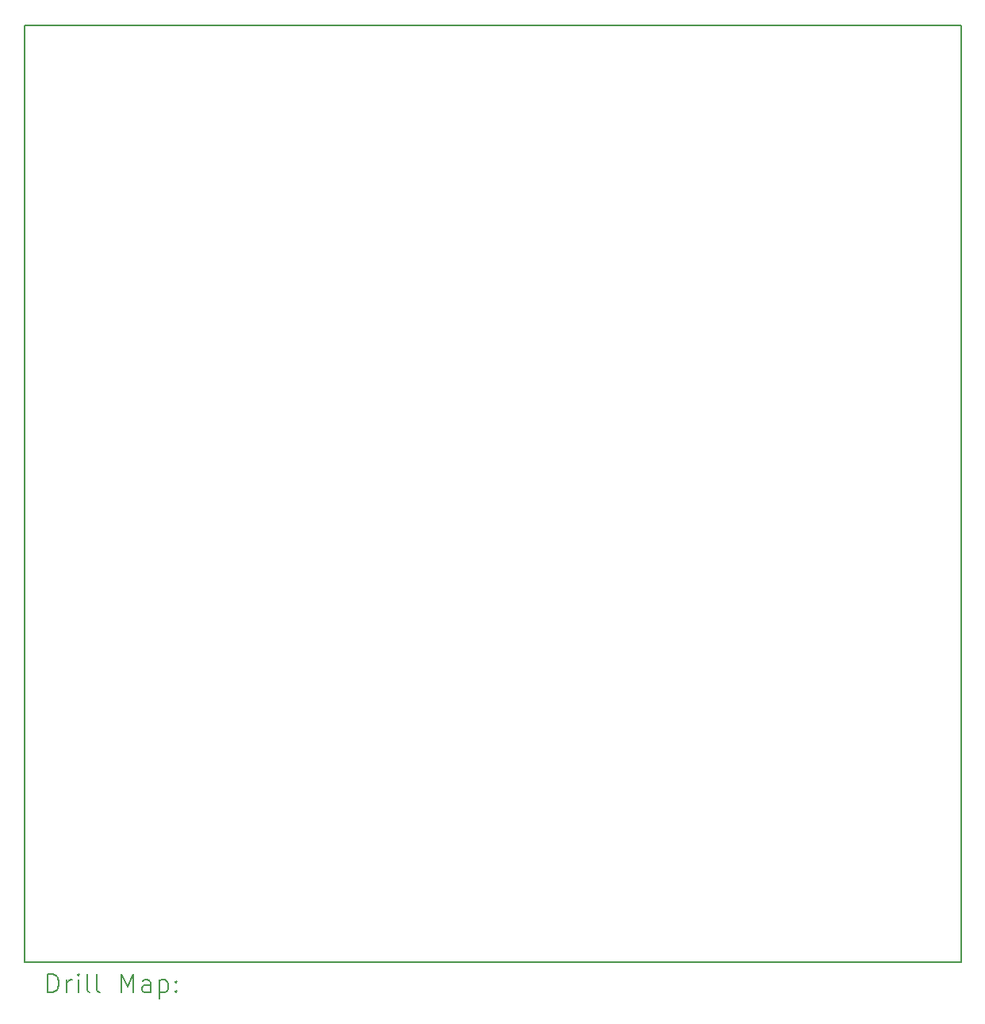
<source format=gbr>
%TF.GenerationSoftware,KiCad,Pcbnew,7.0.5*%
%TF.CreationDate,2024-01-01T15:58:52-07:00*%
%TF.ProjectId,max7000s84 programmer,6d617837-3030-4307-9338-342070726f67,rev?*%
%TF.SameCoordinates,Original*%
%TF.FileFunction,Drillmap*%
%TF.FilePolarity,Positive*%
%FSLAX45Y45*%
G04 Gerber Fmt 4.5, Leading zero omitted, Abs format (unit mm)*
G04 Created by KiCad (PCBNEW 7.0.5) date 2024-01-01 15:58:52*
%MOMM*%
%LPD*%
G01*
G04 APERTURE LIST*
%ADD10C,0.200000*%
G04 APERTURE END LIST*
D10*
X6400000Y-2800000D02*
X16400000Y-2800000D01*
X16400000Y-12800000D01*
X6400000Y-12800000D01*
X6400000Y-2800000D01*
X6650777Y-13121484D02*
X6650777Y-12921484D01*
X6650777Y-12921484D02*
X6698396Y-12921484D01*
X6698396Y-12921484D02*
X6726967Y-12931008D01*
X6726967Y-12931008D02*
X6746015Y-12950055D01*
X6746015Y-12950055D02*
X6755539Y-12969103D01*
X6755539Y-12969103D02*
X6765062Y-13007198D01*
X6765062Y-13007198D02*
X6765062Y-13035769D01*
X6765062Y-13035769D02*
X6755539Y-13073865D01*
X6755539Y-13073865D02*
X6746015Y-13092912D01*
X6746015Y-13092912D02*
X6726967Y-13111960D01*
X6726967Y-13111960D02*
X6698396Y-13121484D01*
X6698396Y-13121484D02*
X6650777Y-13121484D01*
X6850777Y-13121484D02*
X6850777Y-12988150D01*
X6850777Y-13026246D02*
X6860301Y-13007198D01*
X6860301Y-13007198D02*
X6869824Y-12997674D01*
X6869824Y-12997674D02*
X6888872Y-12988150D01*
X6888872Y-12988150D02*
X6907920Y-12988150D01*
X6974586Y-13121484D02*
X6974586Y-12988150D01*
X6974586Y-12921484D02*
X6965062Y-12931008D01*
X6965062Y-12931008D02*
X6974586Y-12940531D01*
X6974586Y-12940531D02*
X6984110Y-12931008D01*
X6984110Y-12931008D02*
X6974586Y-12921484D01*
X6974586Y-12921484D02*
X6974586Y-12940531D01*
X7098396Y-13121484D02*
X7079348Y-13111960D01*
X7079348Y-13111960D02*
X7069824Y-13092912D01*
X7069824Y-13092912D02*
X7069824Y-12921484D01*
X7203158Y-13121484D02*
X7184110Y-13111960D01*
X7184110Y-13111960D02*
X7174586Y-13092912D01*
X7174586Y-13092912D02*
X7174586Y-12921484D01*
X7431729Y-13121484D02*
X7431729Y-12921484D01*
X7431729Y-12921484D02*
X7498396Y-13064341D01*
X7498396Y-13064341D02*
X7565062Y-12921484D01*
X7565062Y-12921484D02*
X7565062Y-13121484D01*
X7746015Y-13121484D02*
X7746015Y-13016722D01*
X7746015Y-13016722D02*
X7736491Y-12997674D01*
X7736491Y-12997674D02*
X7717443Y-12988150D01*
X7717443Y-12988150D02*
X7679348Y-12988150D01*
X7679348Y-12988150D02*
X7660301Y-12997674D01*
X7746015Y-13111960D02*
X7726967Y-13121484D01*
X7726967Y-13121484D02*
X7679348Y-13121484D01*
X7679348Y-13121484D02*
X7660301Y-13111960D01*
X7660301Y-13111960D02*
X7650777Y-13092912D01*
X7650777Y-13092912D02*
X7650777Y-13073865D01*
X7650777Y-13073865D02*
X7660301Y-13054817D01*
X7660301Y-13054817D02*
X7679348Y-13045293D01*
X7679348Y-13045293D02*
X7726967Y-13045293D01*
X7726967Y-13045293D02*
X7746015Y-13035769D01*
X7841253Y-12988150D02*
X7841253Y-13188150D01*
X7841253Y-12997674D02*
X7860301Y-12988150D01*
X7860301Y-12988150D02*
X7898396Y-12988150D01*
X7898396Y-12988150D02*
X7917443Y-12997674D01*
X7917443Y-12997674D02*
X7926967Y-13007198D01*
X7926967Y-13007198D02*
X7936491Y-13026246D01*
X7936491Y-13026246D02*
X7936491Y-13083388D01*
X7936491Y-13083388D02*
X7926967Y-13102436D01*
X7926967Y-13102436D02*
X7917443Y-13111960D01*
X7917443Y-13111960D02*
X7898396Y-13121484D01*
X7898396Y-13121484D02*
X7860301Y-13121484D01*
X7860301Y-13121484D02*
X7841253Y-13111960D01*
X8022205Y-13102436D02*
X8031729Y-13111960D01*
X8031729Y-13111960D02*
X8022205Y-13121484D01*
X8022205Y-13121484D02*
X8012682Y-13111960D01*
X8012682Y-13111960D02*
X8022205Y-13102436D01*
X8022205Y-13102436D02*
X8022205Y-13121484D01*
X8022205Y-12997674D02*
X8031729Y-13007198D01*
X8031729Y-13007198D02*
X8022205Y-13016722D01*
X8022205Y-13016722D02*
X8012682Y-13007198D01*
X8012682Y-13007198D02*
X8022205Y-12997674D01*
X8022205Y-12997674D02*
X8022205Y-13016722D01*
M02*

</source>
